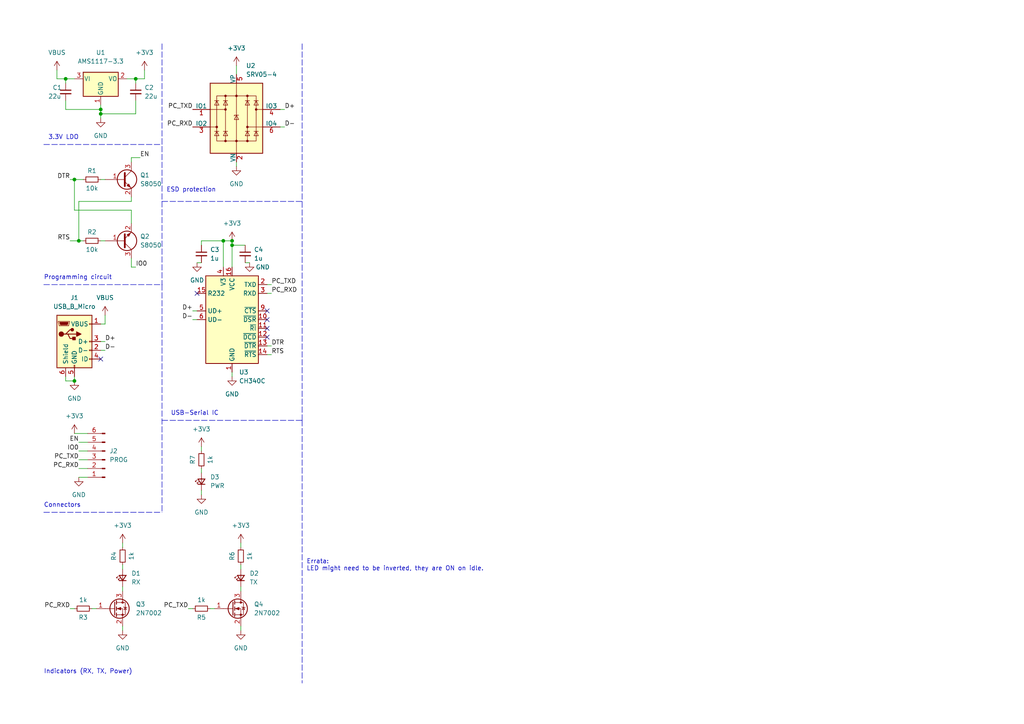
<source format=kicad_sch>
(kicad_sch (version 20231120) (generator "eeschema") (generator_version "8.0")
  (paper "A4")
  (lib_symbols
    (symbol "Connector:Conn_01x06_Male" (pin_names (offset 1.016) hide)
      (property "Reference" "J" (at 0 7.62 0))
      (property "Value" "Conn_01x06_Male" (at 0 -10.16 0))
      (symbol "Conn_01x06_Male_1_1"
        (polyline (pts (xy 1.27 -7.62) (xy 0.8636 -7.62)) (stroke (width 0.1524)))
        (polyline (pts (xy 1.27 -5.08) (xy 0.8636 -5.08)) (stroke (width 0.1524)))
        (polyline (pts (xy 1.27 -2.54) (xy 0.8636 -2.54)) (stroke (width 0.1524)))
        (polyline (pts (xy 1.27 0) (xy 0.8636 0)) (stroke (width 0.1524)))
        (polyline (pts (xy 1.27 2.54) (xy 0.8636 2.54)) (stroke (width 0.1524)))
        (polyline (pts (xy 1.27 5.08) (xy 0.8636 5.08)) (stroke (width 0.1524)))
        (rectangle (start 0.8636 -7.493) (end 0 -7.747) (stroke (width 0.1524)) (fill (type outline)))
        (rectangle (start 0.8636 -4.953) (end 0 -5.207) (stroke (width 0.1524)) (fill (type outline)))
        (rectangle (start 0.8636 -2.413) (end 0 -2.667) (stroke (width 0.1524)) (fill (type outline)))
        (rectangle (start 0.8636 0.127) (end 0 -0.127) (stroke (width 0.1524)) (fill (type outline)))
        (rectangle (start 0.8636 2.667) (end 0 2.413) (stroke (width 0.1524)) (fill (type outline)))
        (rectangle (start 0.8636 5.207) (end 0 4.953) (stroke (width 0.1524)) (fill (type outline)))
        (pin passive line (at 5.08 5.08 180) (length 3.81) (name "Pin_1") (number "1"))
        (pin passive line (at 5.08 2.54 180) (length 3.81) (name "Pin_2") (number "2"))
        (pin passive line (at 5.08 0 180) (length 3.81) (name "Pin_3") (number "3"))
        (pin passive line (at 5.08 -2.54 180) (length 3.81) (name "Pin_4") (number "4"))
        (pin passive line (at 5.08 -5.08 180) (length 3.81) (name "Pin_5") (number "5"))
        (pin passive line (at 5.08 -7.62 180) (length 3.81) (name "Pin_6") (number "6"))
      )
    )
    (symbol "Connector:USB_B_Micro" (pin_names (offset 1.016))
      (property "Reference" "J" (at -5.08 11.43 0))
      (property "Value" "USB_B_Micro" (at -5.08 8.89 0))
      (symbol "USB_B_Micro_0_1"
        (rectangle (start -5.08 -7.62) (end 5.08 7.62) (stroke (width 0.254)) (fill (type background)))
        (circle (center -3.81 2.159) (radius 0.635) (stroke (width 0.254)) (fill (type outline)))
        (circle (center -0.635 3.429) (radius 0.381) (stroke (width 0.254)) (fill (type outline)))
        (rectangle (start -0.127 -7.62) (end 0.127 -6.858))
        (polyline (pts (xy -1.905 2.159) (xy 0.635 2.159)) (stroke (width 0.254)))
        (polyline (pts (xy -3.175 2.159) (xy -2.54 2.159) (xy -1.27 3.429) (xy -0.635 3.429)) (stroke (width 0.254)))
        (polyline (pts (xy -2.54 2.159) (xy -1.905 2.159) (xy -1.27 0.889) (xy 0 0.889)) (stroke (width 0.254)))
        (polyline (pts (xy 0.635 2.794) (xy 0.635 1.524) (xy 1.905 2.159) (xy 0.635 2.794)) (stroke (width 0.254)) (fill (type outline)))
        (polyline (pts (xy -4.318 5.588) (xy -1.778 5.588) (xy -2.032 4.826) (xy -4.064 4.826) (xy -4.318 5.588)) (fill (type outline)))
        (polyline (pts (xy -4.699 5.842) (xy -4.699 5.588) (xy -4.445 4.826) (xy -4.445 4.572) (xy -1.651 4.572) (xy -1.651 4.826) (xy -1.397 5.588) (xy -1.397 5.842) (xy -4.699 5.842)))
        (rectangle (start 0.254 1.27) (end -0.508 0.508) (stroke (width 0.254)) (fill (type outline)))
        (rectangle (start 5.08 -5.207) (end 4.318 -4.953))
        (rectangle (start 5.08 -2.667) (end 4.318 -2.413))
        (rectangle (start 5.08 -0.127) (end 4.318 0.127))
        (rectangle (start 5.08 4.953) (end 4.318 5.207))
      )
      (symbol "USB_B_Micro_1_1"
        (pin power_out line (at 7.62 5.08 180) (length 2.54) (name "VBUS") (number "1"))
        (pin bidirectional line (at 7.62 -2.54 180) (length 2.54) (name "D-") (number "2"))
        (pin bidirectional line (at 7.62 0 180) (length 2.54) (name "D+") (number "3"))
        (pin passive line (at 7.62 -5.08 180) (length 2.54) (name "ID") (number "4"))
        (pin power_out line (at 0 -10.16 90) (length 2.54) (name "GND") (number "5"))
        (pin passive line (at -2.54 -10.16 90) (length 2.54) (name "Shield") (number "6"))
      )
    )
    (symbol "Device:C_Small" (pin_numbers hide) (pin_names (offset 0.254) hide)
      (property "Reference" "C" (at 0.254 1.778 0))
      (property "Value" "C_Small" (at 0.254 -2.032 0))
      (symbol "C_Small_0_1"
        (polyline (pts (xy -1.524 -0.508) (xy 1.524 -0.508)) (stroke (width 0.3302)))
        (polyline (pts (xy -1.524 0.508) (xy 1.524 0.508)) (stroke (width 0.3048)))
      )
      (symbol "C_Small_1_1"
        (pin passive line (at 0 2.54 270) (length 2.032) (name "~") (number "1"))
        (pin passive line (at 0 -2.54 90) (length 2.032) (name "~") (number "2"))
      )
    )
    (symbol "Device:LED_Small" (pin_numbers hide) (pin_names (offset 0.254) hide)
      (property "Reference" "D" (at -1.27 3.175 0))
      (property "Value" "LED_Small" (at -4.445 -2.54 0))
      (symbol "LED_Small_0_1"
        (polyline (pts (xy -0.762 -1.016) (xy -0.762 1.016)) (stroke (width 0.254)))
        (polyline (pts (xy 1.016 0) (xy -0.762 0)))
        (polyline (pts (xy 0.762 -1.016) (xy -0.762 0) (xy 0.762 1.016) (xy 0.762 -1.016)) (stroke (width 0.254)))
        (polyline (pts (xy 0 0.762) (xy -0.508 1.27) (xy -0.254 1.27) (xy -0.508 1.27) (xy -0.508 1.016)))
        (polyline (pts (xy 0.508 1.27) (xy 0 1.778) (xy 0.254 1.778) (xy 0 1.778) (xy 0 1.524)))
      )
      (symbol "LED_Small_1_1"
        (pin passive line (at -2.54 0 0) (length 1.778) (name "K") (number "1"))
        (pin passive line (at 2.54 0 180) (length 1.778) (name "A") (number "2"))
      )
    )
    (symbol "Device:Q_NPN_BEC" (pin_names (offset 0) hide)
      (property "Reference" "Q" (at 5.08 1.27 0))
      (property "Value" "Q_NPN_BEC" (at 5.08 -1.27 0))
      (symbol "Q_NPN_BEC_0_1"
        (polyline (pts (xy 0.635 0.635) (xy 2.54 2.54)))
        (polyline (pts (xy 0.635 -0.635) (xy 2.54 -2.54) (xy 2.54 -2.54)))
        (polyline (pts (xy 0.635 1.905) (xy 0.635 -1.905) (xy 0.635 -1.905)) (stroke (width 0.508)))
        (polyline (pts (xy 1.27 -1.778) (xy 1.778 -1.27) (xy 2.286 -2.286) (xy 1.27 -1.778) (xy 1.27 -1.778)) (fill (type outline)))
        (circle (center 1.27 0) (radius 2.8194) (stroke (width 0.254)))
      )
      (symbol "Q_NPN_BEC_1_1"
        (pin input line (at -5.08 0 0) (length 5.715) (name "B") (number "1"))
        (pin passive line (at 2.54 -5.08 90) (length 2.54) (name "E") (number "2"))
        (pin passive line (at 2.54 5.08 270) (length 2.54) (name "C") (number "3"))
      )
    )
    (symbol "Device:R_Small" (pin_numbers hide) (pin_names (offset 0.254) hide)
      (property "Reference" "R" (at 0.762 0.508 0))
      (property "Value" "R_Small" (at 0.762 -1.016 0))
      (symbol "R_Small_0_1"
        (rectangle (start -0.762 1.778) (end 0.762 -1.778) (stroke (width 0.2032)))
      )
      (symbol "R_Small_1_1"
        (pin passive line (at 0 2.54 270) (length 0.762) (name "~") (number "1"))
        (pin passive line (at 0 -2.54 90) (length 0.762) (name "~") (number "2"))
      )
    )
    (symbol "Interface_USB:CH340C"
      (property "Reference" "U" (at -5.08 13.97 0))
      (property "Value" "CH340C" (at 1.27 13.97 0))
      (symbol "CH340C_0_1"
        (rectangle (start -7.62 12.7) (end 7.62 -12.7) (stroke (width 0.254)) (fill (type background)))
      )
      (symbol "CH340C_1_1"
        (pin power_in line (at 0 -15.24 90) (length 2.54) (name "GND") (number "1"))
        (pin input line (at 10.16 0 180) (length 2.54) (name "~{DSR}") (number "10"))
        (pin input line (at 10.16 -2.54 180) (length 2.54) (name "~{RI}") (number "11"))
        (pin input line (at 10.16 -5.08 180) (length 2.54) (name "~{DCD}") (number "12"))
        (pin output line (at 10.16 -7.62 180) (length 2.54) (name "~{DTR}") (number "13"))
        (pin output line (at 10.16 -10.16 180) (length 2.54) (name "~{RTS}") (number "14"))
        (pin input line (at -10.16 7.62 0) (length 2.54) (name "R232") (number "15"))
        (pin power_in line (at 0 15.24 270) (length 2.54) (name "VCC") (number "16"))
        (pin output line (at 10.16 10.16 180) (length 2.54) (name "TXD") (number "2"))
        (pin input line (at 10.16 7.62 180) (length 2.54) (name "RXD") (number "3"))
        (pin passive line (at -2.54 15.24 270) (length 2.54) (name "V3") (number "4"))
        (pin bidirectional line (at -10.16 2.54 0) (length 2.54) (name "UD+") (number "5"))
        (pin bidirectional line (at -10.16 0 0) (length 2.54) (name "UD-") (number "6"))
        (pin no_connect line (at -7.62 -7.62 0) (length 2.54) hide (name "NC") (number "7"))
        (pin no_connect line (at -7.62 -10.16 0) (length 2.54) hide (name "NC") (number "8"))
        (pin input line (at 10.16 2.54 180) (length 2.54) (name "~{CTS}") (number "9"))
      )
    )
    (symbol "Power_Protection:SRV05-4" (pin_names (offset 0))
      (property "Reference" "U" (at -5.08 11.43 0))
      (property "Value" "SRV05-4" (at 2.54 11.43 0))
      (symbol "SRV05-4_0_0"
        (rectangle (start -5.715 6.477) (end 5.715 -6.604))
        (polyline (pts (xy -3.175 -6.604) (xy -3.175 6.477)))
        (polyline (pts (xy 3.175 6.477) (xy 3.175 -6.604)))
      )
      (symbol "SRV05-4_0_1"
        (rectangle (start -7.62 10.16) (end 7.62 -10.16) (stroke (width 0.254)) (fill (type background)))
        (circle (center -5.715 -2.54) (radius 0.2794) (fill (type outline)))
        (circle (center -3.175 -6.604) (radius 0.2794) (fill (type outline)))
        (circle (center -3.175 2.54) (radius 0.2794) (fill (type outline)))
        (circle (center -3.175 6.477) (radius 0.2794) (fill (type outline)))
        (circle (center 0 -6.604) (radius 0.2794) (fill (type outline)))
        (polyline (pts (xy -7.747 2.54) (xy -3.175 2.54)))
        (polyline (pts (xy -7.62 -2.54) (xy -5.715 -2.54)))
        (polyline (pts (xy -5.08 -3.81) (xy -6.35 -3.81)))
        (polyline (pts (xy -5.08 5.08) (xy -6.35 5.08)))
        (polyline (pts (xy -2.54 -3.81) (xy -3.81 -3.81)))
        (polyline (pts (xy -2.54 5.08) (xy -3.81 5.08)))
        (polyline (pts (xy 0 10.16) (xy 0 -10.16)))
        (polyline (pts (xy 3.81 -3.81) (xy 2.54 -3.81)))
        (polyline (pts (xy 3.81 5.08) (xy 2.54 5.08)))
        (polyline (pts (xy 6.35 -3.81) (xy 5.08 -3.81)))
        (polyline (pts (xy 6.35 5.08) (xy 5.08 5.08)))
        (polyline (pts (xy 7.62 -2.54) (xy 3.175 -2.54)))
        (polyline (pts (xy 7.62 2.54) (xy 5.715 2.54)))
        (polyline (pts (xy 0.635 0.889) (xy -0.635 0.889) (xy -0.635 0.635)))
        (polyline (pts (xy -5.08 -5.08) (xy -6.35 -5.08) (xy -5.715 -3.81) (xy -5.08 -5.08)))
        (polyline (pts (xy -5.08 3.81) (xy -6.35 3.81) (xy -5.715 5.08) (xy -5.08 3.81)))
        (polyline (pts (xy -2.54 -5.08) (xy -3.81 -5.08) (xy -3.175 -3.81) (xy -2.54 -5.08)))
        (polyline (pts (xy -2.54 3.81) (xy -3.81 3.81) (xy -3.175 5.08) (xy -2.54 3.81)))
        (polyline (pts (xy 0.635 -0.381) (xy -0.635 -0.381) (xy 0 0.889) (xy 0.635 -0.381)))
        (polyline (pts (xy 3.81 -5.08) (xy 2.54 -5.08) (xy 3.175 -3.81) (xy 3.81 -5.08)))
        (polyline (pts (xy 3.81 3.81) (xy 2.54 3.81) (xy 3.175 5.08) (xy 3.81 3.81)))
        (polyline (pts (xy 6.35 -5.08) (xy 5.08 -5.08) (xy 5.715 -3.81) (xy 6.35 -5.08)))
        (polyline (pts (xy 6.35 3.81) (xy 5.08 3.81) (xy 5.715 5.08) (xy 6.35 3.81)))
        (circle (center 0 6.477) (radius 0.2794) (fill (type outline)))
        (circle (center 3.175 -6.604) (radius 0.2794) (fill (type outline)))
        (circle (center 3.175 -2.54) (radius 0.2794) (fill (type outline)))
        (circle (center 3.175 6.477) (radius 0.2794) (fill (type outline)))
        (circle (center 5.715 2.54) (radius 0.2794) (fill (type outline)))
      )
      (symbol "SRV05-4_1_1"
        (pin passive line (at -12.7 2.54 0) (length 5.08) (name "IO1") (number "1"))
        (pin passive line (at 0 -12.7 90) (length 2.54) (name "VN") (number "2"))
        (pin passive line (at -12.7 -2.54 0) (length 5.08) (name "IO2") (number "3"))
        (pin passive line (at 12.7 2.54 180) (length 5.08) (name "IO3") (number "4"))
        (pin passive line (at 0 12.7 270) (length 2.54) (name "VP") (number "5"))
        (pin passive line (at 12.7 -2.54 180) (length 5.08) (name "IO4") (number "6"))
      )
    )
    (symbol "Regulator_Linear:AMS1117-3.3" (pin_names (offset 0.254))
      (property "Reference" "U" (at -3.81 3.175 0))
      (property "Value" "AMS1117-3.3" (at 0 3.175 0))
      (symbol "AMS1117-3.3_0_1"
        (rectangle (start -5.08 -5.08) (end 5.08 1.905) (stroke (width 0.254)) (fill (type background)))
      )
      (symbol "AMS1117-3.3_1_1"
        (pin power_in line (at 0 -7.62 90) (length 2.54) (name "GND") (number "1"))
        (pin power_out line (at 7.62 0 180) (length 2.54) (name "VO") (number "2"))
        (pin power_in line (at -7.62 0 0) (length 2.54) (name "VI") (number "3"))
      )
    )
    (symbol "Transistor_FET:2N7002" (pin_names hide)
      (property "Reference" "Q" (at 5.08 1.905 0))
      (property "Value" "2N7002" (at 5.08 0 0))
      (symbol "2N7002_0_1"
        (polyline (pts (xy 0.254 0) (xy -2.54 0)))
        (polyline (pts (xy 0.254 1.905) (xy 0.254 -1.905)) (stroke (width 0.254)))
        (polyline (pts (xy 0.762 -1.27) (xy 0.762 -2.286)) (stroke (width 0.254)))
        (polyline (pts (xy 0.762 0.508) (xy 0.762 -0.508)) (stroke (width 0.254)))
        (polyline (pts (xy 0.762 2.286) (xy 0.762 1.27)) (stroke (width 0.254)))
        (polyline (pts (xy 2.54 2.54) (xy 2.54 1.778)))
        (polyline (pts (xy 2.54 -2.54) (xy 2.54 0) (xy 0.762 0)))
        (polyline (pts (xy 0.762 -1.778) (xy 3.302 -1.778) (xy 3.302 1.778) (xy 0.762 1.778)))
        (polyline (pts (xy 1.016 0) (xy 2.032 0.381) (xy 2.032 -0.381) (xy 1.016 0)) (fill (type outline)))
        (polyline (pts (xy 2.794 0.508) (xy 2.921 0.381) (xy 3.683 0.381) (xy 3.81 0.254)))
        (polyline (pts (xy 3.302 0.381) (xy 2.921 -0.254) (xy 3.683 -0.254) (xy 3.302 0.381)))
        (circle (center 1.651 0) (radius 2.794) (stroke (width 0.254)))
        (circle (center 2.54 -1.778) (radius 0.254) (fill (type outline)))
        (circle (center 2.54 1.778) (radius 0.254) (fill (type outline)))
      )
      (symbol "2N7002_1_1"
        (pin input line (at -5.08 0 0) (length 2.54) (name "G") (number "1"))
        (pin passive line (at 2.54 -5.08 90) (length 2.54) (name "S") (number "2"))
        (pin passive line (at 2.54 5.08 270) (length 2.54) (name "D") (number "3"))
      )
    )
    (symbol "power:+3.3V" (power) (pin_names (offset 0))
      (property "Value" "+3.3V" (at 0 3.556 0))
      (symbol "+3.3V_0_1"
        (polyline (pts (xy -0.762 1.27) (xy 0 2.54)))
        (polyline (pts (xy 0 0) (xy 0 2.54)))
        (polyline (pts (xy 0 2.54) (xy 0.762 1.27)))
      )
      (symbol "+3.3V_1_1"
        (pin power_in line (at 0 0 90) (length 0) hide (name "+3V3") (number "1"))
      )
    )
    (symbol "power:GND" (power) (pin_names (offset 0))
      (property "Value" "GND" (at 0 -3.81 0))
      (symbol "GND_0_1"
        (polyline (pts (xy 0 0) (xy 0 -1.27) (xy 1.27 -1.27) (xy 0 -2.54) (xy -1.27 -1.27) (xy 0 -1.27)))
      )
      (symbol "GND_1_1"
        (pin power_in line (at 0 0 270) (length 0) hide (name "GND") (number "1"))
      )
    )
    (symbol "power:VBUS" (power) (pin_names (offset 0))
      (property "Value" "VBUS" (at 0 3.81 0))
      (symbol "VBUS_0_1"
        (polyline (pts (xy -0.762 1.27) (xy 0 2.54)))
        (polyline (pts (xy 0 0) (xy 0 2.54)))
        (polyline (pts (xy 0 2.54) (xy 0.762 1.27)))
      )
      (symbol "VBUS_1_1"
        (pin power_in line (at 0 0 90) (length 0) hide (name "VBUS") (number "1"))
      )
    )
  )
  (junction (at 64.77 69.85))
  (junction (at 19.05 22.86))
  (junction (at 29.21 33.02))
  (junction (at 21.59 110.49))
  (junction (at 67.31 69.85))
  (junction (at 67.31 71.12))
  (junction (at 21.59 52.07))
  (junction (at 39.37 22.86))
  (junction (at 29.21 31.75))
  (junction (at 22.86 69.85))
  (no_connect (at 29.21 104.14))
  (no_connect (at 77.47 95.25))
  (no_connect (at 77.47 92.71))
  (no_connect (at 77.47 97.79))
  (no_connect (at 77.47 90.17))
  (no_connect (at 57.15 85.09))
  (polyline (pts (xy 12.7 41.91) (xy 46.99 41.91)) (stroke (width 0) (type dash)))
  (wire (pts (xy 58.42 135.89) (xy 58.42 137.16)))
  (wire (pts (xy 39.37 22.86) (xy 39.37 24.13)))
  (wire (pts (xy 41.91 20.32) (xy 41.91 22.86)))
  (wire (pts (xy 69.85 181.61) (xy 69.85 182.88)))
  (wire (pts (xy 19.05 110.49) (xy 19.05 109.22)))
  (wire (pts (xy 71.12 76.2) (xy 72.39 76.2)))
  (wire (pts (xy 35.56 157.48) (xy 35.56 158.75)))
  (wire (pts (xy 55.88 90.17) (xy 57.15 90.17)))
  (wire (pts (xy 21.59 52.07) (xy 24.13 52.07)))
  (wire (pts (xy 22.86 138.43) (xy 25.4 138.43)))
  (wire (pts (xy 22.86 133.35) (xy 25.4 133.35)))
  (wire (pts (xy 68.58 46.99) (xy 68.58 48.26)))
  (polyline (pts (xy 87.63 121.92) (xy 87.63 198.12)) (stroke (width 0) (type dash)))
  (polyline (pts (xy 46.99 12.7) (xy 46.99 82.55)) (stroke (width 0) (type dash)))
  (polyline (pts (xy 46.99 82.55) (xy 46.99 148.59)) (stroke (width 0) (type dash)))
  (wire (pts (xy 19.05 29.21) (xy 19.05 31.75)))
  (wire (pts (xy 21.59 125.73) (xy 25.4 125.73)))
  (polyline (pts (xy 12.7 82.55) (xy 46.99 82.55)) (stroke (width 0) (type dash)))
  (wire (pts (xy 19.05 24.13) (xy 19.05 22.86)))
  (wire (pts (xy 29.21 33.02) (xy 29.21 34.29)))
  (wire (pts (xy 22.86 135.89) (xy 25.4 135.89)))
  (wire (pts (xy 20.32 176.53) (xy 21.59 176.53)))
  (wire (pts (xy 38.1 45.72) (xy 40.64 45.72)))
  (wire (pts (xy 36.83 22.86) (xy 39.37 22.86)))
  (wire (pts (xy 64.77 69.85) (xy 64.77 77.47)))
  (wire (pts (xy 58.42 71.12) (xy 58.42 69.85)))
  (wire (pts (xy 29.21 31.75) (xy 29.21 30.48)))
  (wire (pts (xy 20.32 52.07) (xy 21.59 52.07)))
  (wire (pts (xy 22.86 69.85) (xy 22.86 58.42)))
  (wire (pts (xy 58.42 142.24) (xy 58.42 143.51)))
  (wire (pts (xy 41.91 22.86) (xy 39.37 22.86)))
  (polyline (pts (xy 87.63 121.92) (xy 87.63 58.42)) (stroke (width 0) (type dash)))
  (wire (pts (xy 81.28 31.75) (xy 82.55 31.75)))
  (polyline (pts (xy 46.99 121.92) (xy 87.63 121.92)) (stroke (width 0) (type dash)))
  (wire (pts (xy 30.48 93.98) (xy 30.48 91.44)))
  (wire (pts (xy 38.1 58.42) (xy 38.1 57.15)))
  (wire (pts (xy 19.05 31.75) (xy 29.21 31.75)))
  (wire (pts (xy 35.56 170.18) (xy 35.56 171.45)))
  (wire (pts (xy 77.47 82.55) (xy 78.74 82.55)))
  (wire (pts (xy 38.1 60.96) (xy 21.59 60.96)))
  (wire (pts (xy 26.67 176.53) (xy 27.94 176.53)))
  (wire (pts (xy 38.1 64.77) (xy 38.1 60.96)))
  (wire (pts (xy 22.86 130.81) (xy 25.4 130.81)))
  (wire (pts (xy 29.21 52.07) (xy 30.48 52.07)))
  (wire (pts (xy 77.47 100.33) (xy 78.74 100.33)))
  (wire (pts (xy 58.42 69.85) (xy 64.77 69.85)))
  (wire (pts (xy 69.85 157.48) (xy 69.85 158.75)))
  (wire (pts (xy 21.59 110.49) (xy 19.05 110.49)))
  (wire (pts (xy 29.21 101.6) (xy 30.48 101.6)))
  (wire (pts (xy 67.31 71.12) (xy 71.12 71.12)))
  (wire (pts (xy 68.58 19.05) (xy 68.58 21.59)))
  (wire (pts (xy 35.56 181.61) (xy 35.56 182.88)))
  (wire (pts (xy 60.96 176.53) (xy 62.23 176.53)))
  (wire (pts (xy 19.05 22.86) (xy 21.59 22.86)))
  (wire (pts (xy 16.51 20.32) (xy 16.51 22.86)))
  (polyline (pts (xy 87.63 12.7) (xy 87.63 58.42)) (stroke (width 0) (type dash)))
  (wire (pts (xy 67.31 107.95) (xy 67.31 109.22)))
  (wire (pts (xy 35.56 163.83) (xy 35.56 165.1)))
  (polyline (pts (xy 46.99 58.42) (xy 87.63 58.42)) (stroke (width 0) (type dash)))
  (wire (pts (xy 22.86 128.27) (xy 25.4 128.27)))
  (wire (pts (xy 54.61 176.53) (xy 55.88 176.53)))
  (wire (pts (xy 39.37 33.02) (xy 29.21 33.02)))
  (wire (pts (xy 21.59 109.22) (xy 21.59 110.49)))
  (wire (pts (xy 64.77 69.85) (xy 67.31 69.85)))
  (wire (pts (xy 55.88 92.71) (xy 57.15 92.71)))
  (wire (pts (xy 39.37 29.21) (xy 39.37 33.02)))
  (wire (pts (xy 77.47 102.87) (xy 78.74 102.87)))
  (wire (pts (xy 67.31 71.12) (xy 67.31 77.47)))
  (polyline (pts (xy 12.7 148.59) (xy 46.99 148.59)) (stroke (width 0) (type dash)))
  (wire (pts (xy 81.28 36.83) (xy 82.55 36.83)))
  (wire (pts (xy 29.21 99.06) (xy 30.48 99.06)))
  (wire (pts (xy 67.31 69.85) (xy 67.31 71.12)))
  (wire (pts (xy 69.85 163.83) (xy 69.85 165.1)))
  (wire (pts (xy 21.59 52.07) (xy 21.59 60.96)))
  (wire (pts (xy 22.86 58.42) (xy 38.1 58.42)))
  (wire (pts (xy 29.21 93.98) (xy 30.48 93.98)))
  (wire (pts (xy 38.1 77.47) (xy 39.37 77.47)))
  (wire (pts (xy 22.86 69.85) (xy 24.13 69.85)))
  (wire (pts (xy 38.1 46.99) (xy 38.1 45.72)))
  (wire (pts (xy 69.85 170.18) (xy 69.85 171.45)))
  (wire (pts (xy 57.15 76.2) (xy 58.42 76.2)))
  (wire (pts (xy 38.1 74.93) (xy 38.1 77.47)))
  (wire (pts (xy 29.21 33.02) (xy 29.21 31.75)))
  (wire (pts (xy 29.21 69.85) (xy 30.48 69.85)))
  (wire (pts (xy 58.42 129.54) (xy 58.42 130.81)))
  (wire (pts (xy 16.51 22.86) (xy 19.05 22.86)))
  (wire (pts (xy 77.47 85.09) (xy 78.74 85.09)))
  (wire (pts (xy 20.32 69.85) (xy 22.86 69.85)))
  (text "ESD protection" (at 48.26 55.88 0) (effects (font (size 1.27 1.27)) (justify left bottom)))
  (text "Programming circuit" (at 12.7 81.28 0) (effects (font (size 1.27 1.27)) (justify left bottom)))
  (text "Errata:\nLED might need to be inverted, they are ON on idle." (at 88.9 165.735 0) (effects (font (size 1.27 1.27)) (justify left bottom)))
  (text "Connectors" (at 12.7 147.32 0) (effects (font (size 1.27 1.27)) (justify left bottom)))
  (text "Indicators (RX, TX, Power)" (at 12.7 195.58 0) (effects (font (size 1.27 1.27)) (justify left bottom)))
  (text "USB-Serial IC" (at 49.53 120.65 0) (effects (font (size 1.27 1.27)) (justify left bottom)))
  (text "3.3V LDO" (at 13.97 40.64 0) (effects (font (size 1.27 1.27)) (justify left bottom)))
  (label "RTS" (at 20.32 69.85 180))
  (label "EN" (at 22.86 128.27 180))
  (label "DTR" (at 78.74 100.33 0))
  (label "IO0" (at 22.86 130.81 180))
  (label "PC_RXD" (at 78.74 85.09 0))
  (label "EN" (at 40.64 45.72 0))
  (label "PC_RXD" (at 22.86 135.89 180))
  (label "IO0" (at 39.37 77.47 0))
  (label "RTS" (at 78.74 102.87 0))
  (label "D+" (at 82.55 31.75 0))
  (label "D-" (at 55.88 92.71 180))
  (label "D-" (at 30.48 101.6 0))
  (label "D+" (at 30.48 99.06 0))
  (label "PC_RXD" (at 20.32 176.53 180))
  (label "PC_RXD" (at 55.88 36.83 180))
  (label "D+" (at 55.88 90.17 180))
  (label "DTR" (at 20.32 52.07 180))
  (label "PC_TXD" (at 55.88 31.75 180))
  (label "PC_TXD" (at 22.86 133.35 180))
  (label "PC_TXD" (at 54.61 176.53 180))
  (label "D-" (at 82.55 36.83 0))
  (label "PC_TXD" (at 78.74 82.55 0))
  (symbol (lib_id "Power_Protection:SRV05-4") (at 68.58 34.29 0) (unit 1)
    (property "Reference" "U2" (at 71.3487 19.05 0) (effects (justify left)))
    (property "Value" "SRV05-4" (at 71.3487 21.59 0) (effects (justify left)))
    (property "Footprint" "Package_TO_SOT_SMD:SOT-23-6" (effects (hide yes)))
    (property "Datasheet" "http://www.onsemi.com/pub/Collateral/SRV05-4-D.PDF" (effects (hide yes)))
    (property "JLCPCB" "C558418" (effects (hide yes)))
  )
  (symbol (lib_id "Device:C_Small") (at 58.42 73.66 0) (unit 1)
    (property "Reference" "C3" (at 60.96 72.3962 0) (effects (justify left)))
    (property "Value" "1u" (at 60.96 74.9362 0) (effects (justify left)))
    (property "Footprint" "Capacitor_SMD:C_0603_1608Metric" (effects (hide yes)))
    (property "JLCPCB" "C59302" (effects (hide yes)))
  )
  (symbol (lib_id "Device:R_Small") (at 24.13 176.53 270) (unit 1)
    (property "Reference" "R3" (at 24.13 179.07 90))
    (property "Value" "1k" (at 24.13 173.99 90))
    (property "Footprint" "Resistor_SMD:R_0603_1608Metric" (effects (hide yes)))
    (property "JLCPCB" "C21190" (effects (hide yes)))
  )
  (symbol (lib_id "power:+3.3V") (at 69.85 157.48 0) (unit 1)
    (property "Reference" "#PWR0119" (effects (hide yes)))
    (property "Value" "+3V3" (at 69.85 152.4 0))
  )
  (symbol (lib_id "Device:C_Small") (at 71.12 73.66 0) (unit 1)
    (property "Reference" "C4" (at 73.66 72.3962 0) (effects (justify left)))
    (property "Value" "1u" (at 73.66 74.9362 0) (effects (justify left)))
    (property "Footprint" "Capacitor_SMD:C_0603_1608Metric" (effects (hide yes)))
    (property "JLCPCB" "C59302" (effects (hide yes)))
  )
  (symbol (lib_id "power:VBUS") (at 16.51 20.32 0) (unit 1)
    (property "Reference" "#PWR0102" (effects (hide yes)))
    (property "Value" "VBUS" (at 16.51 15.24 0))
  )
  (symbol (lib_id "power:GND") (at 69.85 182.88 0) (unit 1)
    (property "Reference" "#PWR0117" (effects (hide yes)))
    (property "Value" "GND" (at 69.85 187.96 0))
  )
  (symbol (lib_id "power:+3.3V") (at 21.59 125.73 0) (unit 1)
    (property "Reference" "#PWR0105" (effects (hide yes)))
    (property "Value" "+3V3" (at 21.59 120.65 0))
  )
  (symbol (lib_id "Device:C_Small") (at 39.37 26.67 0) (unit 1)
    (property "Reference" "C2" (at 41.91 25.4062 0) (effects (justify left)))
    (property "Value" "22u" (at 41.91 27.9462 0) (effects (justify left)))
    (property "Footprint" "Capacitor_SMD:C_0603_1608Metric" (effects (hide yes)))
    (property "JLCPCB" "C2762594" (effects (hide yes)))
  )
  (symbol (lib_id "Transistor_FET:2N7002") (at 33.02 176.53 0) (unit 1)
    (property "Reference" "Q3" (at 39.37 175.2599 0) (effects (justify left)))
    (property "Value" "2N7002" (at 39.37 177.7999 0) (effects (justify left)))
    (property "Footprint" "Package_TO_SOT_SMD:SOT-23" (effects (hide yes)))
    (property "Datasheet" "https://www.onsemi.com/pub/Collateral/NDS7002A-D.PDF" (effects (hide yes)))
    (property "JLCPCB" "C8545" (effects (hide yes)))
  )
  (symbol (lib_id "power:GND") (at 67.31 109.22 0) (unit 1)
    (property "Reference" "#PWR0110" (effects (hide yes)))
    (property "Value" "GND" (at 67.31 114.3 0))
  )
  (symbol (lib_id "Regulator_Linear:AMS1117-3.3") (at 29.21 22.86 0) (unit 1)
    (property "Reference" "U1" (at 29.21 15.24 0))
    (property "Value" "AMS1117-3.3" (at 29.21 17.78 0))
    (property "Footprint" "Package_TO_SOT_SMD:SOT-223-3_TabPin2" (effects (hide yes)))
    (property "Datasheet" "http://www.advanced-monolithic.com/pdf/ds1117.pdf" (effects (hide yes)))
    (property "JLCPCB" "C6186" (effects (hide yes)))
  )
  (symbol (lib_id "Connector:USB_B_Micro") (at 21.59 99.06 0) (unit 1)
    (property "Reference" "J1" (at 21.59 86.36 0))
    (property "Value" "USB_B_Micro" (at 21.59 88.9 0))
    (property "Footprint" "Connector_USB:USB_Micro-B_Amphenol_10118194_Horizontal" (effects (hide yes)))
    (property "JLCPCB" "C132563" (effects (hide yes)))
  )
  (symbol (lib_id "power:GND") (at 58.42 143.51 0) (unit 1)
    (property "Reference" "#PWR0118" (effects (hide yes)))
    (property "Value" "GND" (at 58.42 148.59 0))
  )
  (symbol (lib_id "Device:R_Small") (at 69.85 161.29 180) (unit 1)
    (property "Reference" "R6" (at 67.31 161.29 90))
    (property "Value" "1k" (at 72.39 161.29 90))
    (property "Footprint" "Resistor_SMD:R_0603_1608Metric" (effects (hide yes)))
    (property "JLCPCB" "C21190" (effects (hide yes)))
  )
  (symbol (lib_id "Device:R_Small") (at 58.42 176.53 270) (unit 1)
    (property "Reference" "R5" (at 58.42 179.07 90))
    (property "Value" "1k" (at 58.42 173.99 90))
    (property "Footprint" "Resistor_SMD:R_0603_1608Metric" (effects (hide yes)))
    (property "JLCPCB" "C21190" (effects (hide yes)))
  )
  (symbol (lib_id "Device:R_Small") (at 35.56 161.29 180) (unit 1)
    (property "Reference" "R4" (at 33.02 161.29 90))
    (property "Value" "1k" (at 38.1 161.29 90))
    (property "Footprint" "Resistor_SMD:R_0603_1608Metric" (effects (hide yes)))
    (property "JLCPCB" "C21190" (effects (hide yes)))
  )
  (symbol (lib_id "power:GND") (at 21.59 110.49 0) (unit 1)
    (property "Reference" "#PWR0109" (effects (hide yes)))
    (property "Value" "GND" (at 21.59 115.57 0))
  )
  (symbol (lib_id "Device:LED_Small") (at 69.85 167.64 90) (unit 1)
    (property "Reference" "D2" (at 72.39 166.3064 90) (effects (justify right)))
    (property "Value" "TX" (at 72.39 168.8464 90) (effects (justify right)))
    (property "Footprint" "LED_SMD:LED_0603_1608Metric" (effects (hide yes)))
    (property "JLCPCB" "C2286" (effects (hide yes)))
  )
  (symbol (lib_id "Device:LED_Small") (at 35.56 167.64 90) (unit 1)
    (property "Reference" "D1" (at 38.1 166.3064 90) (effects (justify right)))
    (property "Value" "RX" (at 38.1 168.8464 90) (effects (justify right)))
    (property "Footprint" "LED_SMD:LED_0603_1608Metric" (effects (hide yes)))
    (property "JLCPCB" "C2286" (effects (hide yes)))
  )
  (symbol (lib_id "Device:LED_Small") (at 58.42 139.7 90) (unit 1)
    (property "Reference" "D3" (at 60.96 138.3664 90) (effects (justify right)))
    (property "Value" "PWR" (at 60.96 140.9064 90) (effects (justify right)))
    (property "Footprint" "LED_SMD:LED_0603_1608Metric" (effects (hide yes)))
    (property "JLCPCB" "C2286" (effects (hide yes)))
  )
  (symbol (lib_id "Interface_USB:CH340C") (at 67.31 92.71 0) (unit 1)
    (property "Reference" "U3" (at 69.3294 107.95 0) (effects (justify left)))
    (property "Value" "CH340C" (at 69.3294 110.49 0) (effects (justify left)))
    (property "Footprint" "Package_SO:SOIC-16_3.9x9.9mm_P1.27mm" (effects (hide yes)))
    (property "Datasheet" "https://datasheet.lcsc.com/szlcsc/Jiangsu-Qin-Heng-CH340C_C84681.pdf" (effects (hide yes)))
    (property "JLCPCB" "C7464026" (effects (hide yes)))
  )
  (symbol (lib_id "power:+3.3V") (at 35.56 157.48 0) (unit 1)
    (property "Reference" "#PWR0114" (effects (hide yes)))
    (property "Value" "+3V3" (at 35.56 152.4 0))
  )
  (symbol (lib_id "power:GND") (at 35.56 182.88 0) (unit 1)
    (property "Reference" "#PWR0116" (effects (hide yes)))
    (property "Value" "GND" (at 35.56 187.96 0))
  )
  (symbol (lib_id "power:VBUS") (at 30.48 91.44 0) (unit 1)
    (property "Reference" "#PWR0108" (effects (hide yes)))
    (property "Value" "VBUS" (at 30.48 86.36 0))
  )
  (symbol (lib_id "power:+3.3V") (at 67.31 69.85 0) (unit 1)
    (property "Reference" "#PWR0112" (effects (hide yes)))
    (property "Value" "+3V3" (at 67.31 64.77 0))
  )
  (symbol (lib_id "power:GND") (at 57.15 76.2 0) (unit 1)
    (property "Reference" "#PWR0111" (effects (hide yes)))
    (property "Value" "GND" (at 57.15 81.28 0))
  )
  (symbol (lib_id "power:GND") (at 72.39 76.2 0) (unit 1)
    (property "Reference" "#PWR0113" (effects (hide yes)))
    (property "Value" "GND" (at 76.2 77.47 0))
  )
  (symbol (lib_id "power:GND") (at 68.58 48.26 0) (unit 1)
    (property "Reference" "#PWR0107" (effects (hide yes)))
    (property "Value" "GND" (at 68.58 53.34 0))
  )
  (symbol (lib_id "power:GND") (at 29.21 34.29 0) (unit 1)
    (property "Reference" "#PWR0101" (effects (hide yes)))
    (property "Value" "GND" (at 29.21 39.37 0))
  )
  (symbol (lib_id "Device:Q_NPN_BEC") (at 35.56 52.07 0) (unit 1)
    (property "Reference" "Q1" (at 40.64 50.7999 0) (effects (justify left)))
    (property "Value" "S8050" (at 40.64 53.3399 0) (effects (justify left)))
    (property "Footprint" "Package_TO_SOT_SMD:SOT-23_Handsoldering" (effects (hide yes)))
    (property "JLCPCB" "C2150" (effects (hide yes)))
  )
  (symbol (lib_id "Device:R_Small") (at 58.42 133.35 180) (unit 1)
    (property "Reference" "R7" (at 55.88 133.35 90))
    (property "Value" "1k" (at 60.96 133.35 90))
    (property "Footprint" "Resistor_SMD:R_0603_1608Metric" (effects (hide yes)))
    (property "JLCPCB" "C21190" (effects (hide yes)))
  )
  (symbol (lib_id "power:GND") (at 22.86 138.43 0) (unit 1)
    (property "Reference" "#PWR0106" (effects (hide yes)))
    (property "Value" "GND" (at 22.86 143.51 0))
  )
  (symbol (lib_id "Connector:Conn_01x06_Male") (at 30.48 133.35 180) (unit 1)
    (property "Reference" "J2" (at 31.75 130.8099 0) (effects (justify right)))
    (property "Value" "PROG" (at 31.75 133.3499 0) (effects (justify right)))
    (property "Footprint" "Connector_PinHeader_2.54mm:PinHeader_1x06_P2.54mm_Vertical" (effects (hide yes)))
  )
  (symbol (lib_id "Device:R_Small") (at 26.67 52.07 90) (unit 1)
    (property "Reference" "R1" (at 26.67 49.53 90))
    (property "Value" "10k" (at 26.67 54.61 90))
    (property "Footprint" "Resistor_SMD:R_0603_1608Metric" (effects (hide yes)))
    (property "JLCPCB" "C25804" (effects (hide yes)))
  )
  (symbol (lib_id "power:+3.3V") (at 68.58 19.05 0) (unit 1)
    (property "Reference" "#PWR0104" (effects (hide yes)))
    (property "Value" "+3V3" (at 68.58 13.97 0))
  )
  (symbol (lib_id "Device:R_Small") (at 26.67 69.85 90) (unit 1)
    (property "Reference" "R2" (at 26.67 67.31 90))
    (property "Value" "10k" (at 26.67 72.39 90))
    (property "Footprint" "Resistor_SMD:R_0603_1608Metric" (effects (hide yes)))
    (property "JLCPCB" "C25804" (effects (hide yes)))
  )
  (symbol (lib_id "Device:C_Small") (at 19.05 26.67 0) (unit 1)
    (property "Reference" "C1" (at 15.24 25.4 0) (effects (justify left)))
    (property "Value" "22u" (at 13.97 27.94 0) (effects (justify left)))
    (property "Footprint" "Capacitor_SMD:C_0603_1608Metric" (effects (hide yes)))
    (property "JLCPCB" "C2762594" (effects (hide yes)))
  )
  (symbol (lib_id "Device:Q_NPN_BEC") (at 35.56 69.85 0) (mirror x) (unit 1)
    (property "Reference" "Q2" (at 40.64 68.5799 0) (effects (justify left)))
    (property "Value" "S8050" (at 40.64 71.1199 0) (effects (justify left)))
    (property "Footprint" "Package_TO_SOT_SMD:SOT-23_Handsoldering" (effects (hide yes)))
    (property "JLCPCB" "C2150" (effects (hide yes)))
  )
  (symbol (lib_id "power:+3.3V") (at 58.42 129.54 0) (unit 1)
    (property "Reference" "#PWR0115" (effects (hide yes)))
    (property "Value" "+3V3" (at 58.42 124.46 0))
  )
  (symbol (lib_id "power:+3.3V") (at 41.91 20.32 0) (unit 1)
    (property "Reference" "#PWR0103" (effects (hide yes)))
    (property "Value" "+3V3" (at 41.91 15.24 0))
  )
  (symbol (lib_id "Transistor_FET:2N7002") (at 67.31 176.53 0) (unit 1)
    (property "Reference" "Q4" (at 73.66 175.2599 0) (effects (justify left)))
    (property "Value" "2N7002" (at 73.66 177.7999 0) (effects (justify left)))
    (property "Footprint" "Package_TO_SOT_SMD:SOT-23" (effects (hide yes)))
    (property "Datasheet" "https://www.onsemi.com/pub/Collateral/NDS7002A-D.PDF" (effects (hide yes)))
    (property "JLCPCB" "C8545" (effects (hide yes)))
  )
)
</source>
